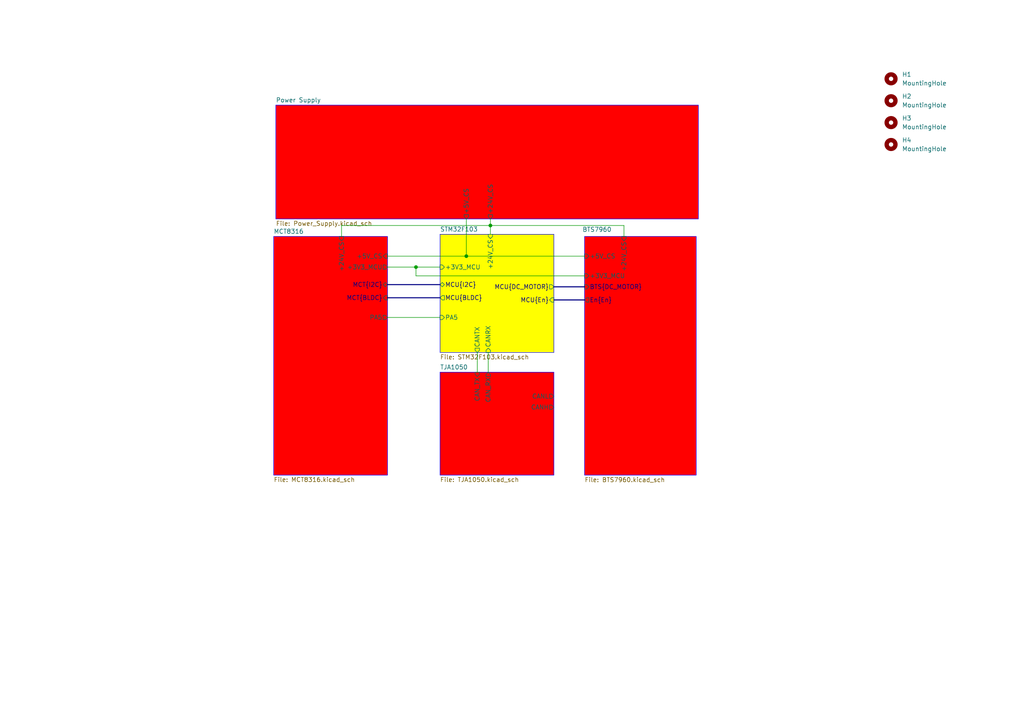
<source format=kicad_sch>
(kicad_sch (version 20230121) (generator eeschema)
  (paper "A4")
  (lib_symbols
    (symbol "Mechanical:MountingHole" (pin_names (offset 1.016))
      (property "Reference" "H" (at 0 5.08 0))
      (property "Value" "MountingHole" (at 0 3.175 0))
      (symbol "MountingHole_0_1"
        (circle (center 0 0) (radius 1.27) (stroke (width 1.27)))
      )
    )
  )
  (junction (at 135.255 74.295))
  (junction (at 142.24 65.405))
  (junction (at 120.65 77.47))
  (wire (pts (xy 180.975 68.58) (xy 180.975 65.405)))
  (wire (pts (xy 169.545 74.295) (xy 135.255 74.295)))
  (wire (pts (xy 112.395 92.075) (xy 127.635 92.075)))
  (bus (pts (xy 160.655 86.995) (xy 169.545 86.995)))
  (bus (pts (xy 160.655 83.185) (xy 169.545 83.185)))
  (wire (pts (xy 112.395 74.295) (xy 135.255 74.295)))
  (wire (pts (xy 112.395 77.47) (xy 120.65 77.47)))
  (wire (pts (xy 135.255 74.295) (xy 135.255 63.5)))
  (wire (pts (xy 141.605 102.235) (xy 141.605 107.95)))
  (bus (pts (xy 112.395 82.55) (xy 127.635 82.55)))
  (bus (pts (xy 112.395 86.36) (xy 127.635 86.36)))
  (wire (pts (xy 169.545 80.01) (xy 120.65 80.01)))
  (wire (pts (xy 138.43 102.235) (xy 138.43 107.95)))
  (wire (pts (xy 120.65 77.47) (xy 127.635 77.47)))
  (wire (pts (xy 142.24 65.405) (xy 142.24 67.945)))
  (wire (pts (xy 180.975 65.405) (xy 142.24 65.405)))
  (wire (pts (xy 120.65 80.01) (xy 120.65 77.47)))
  (wire (pts (xy 99.06 68.58) (xy 99.06 65.405)))
  (wire (pts (xy 99.06 65.405) (xy 142.24 65.405)))
  (wire (pts (xy 142.24 63.5) (xy 142.24 65.405)))
  (symbol (lib_id "Mechanical:MountingHole") (at 258.445 35.56 0) (unit 1)
    (property "Reference" "H3" (at 261.62 34.29 0) (effects (justify left)))
    (property "Value" "MountingHole" (at 261.62 36.83 0) (effects (justify left)))
    (property "Footprint" "IVS_FOOTPRINTS:MountingHole_3.2mm_M3_Pad_Via" (effects hide))
  )
  (symbol (lib_id "Mechanical:MountingHole") (at 258.445 41.91 0) (unit 1)
    (property "Reference" "H4" (at 261.62 40.64 0) (effects (justify left)))
    (property "Value" "MountingHole" (at 261.62 43.18 0) (effects (justify left)))
    (property "Footprint" "IVS_FOOTPRINTS:MountingHole_3.2mm_M3_Pad_Via" (effects hide))
  )
  (symbol (lib_id "Mechanical:MountingHole") (at 258.445 29.21 0) (unit 1)
    (property "Reference" "H2" (at 261.62 27.94 0) (effects (justify left)))
    (property "Value" "MountingHole" (at 261.62 30.48 0) (effects (justify left)))
    (property "Footprint" "IVS_FOOTPRINTS:MountingHole_3.2mm_M3_Pad_Via" (effects hide))
  )
  (symbol (lib_id "Mechanical:MountingHole") (at 258.445 22.86 0) (unit 1)
    (property "Reference" "H1" (at 261.62 21.59 0) (effects (justify left)))
    (property "Value" "MountingHole" (at 261.62 24.13 0) (effects (justify left)))
    (property "Footprint" "IVS_FOOTPRINTS:MountingHole_3.2mm_M3_Pad_Via" (effects hide))
  )
  (sheet (at 127.635 67.945) (size 33.02 34.29) (stroke (width 0.1524) (color 0 0 255 1)) (fill (color 255 255 0 1.0000))
    (property "Sheetname" "STM32F103" (at 127.635 67.2334 0) (effects (justify left bottom)))
    (property "Sheetfile" "STM32F103.kicad_sch" (at 127.635 102.8196 0) (effects (justify left top)))
    (pin "MCU{BLDC}" output (at 127.635 86.36 180))
    (pin "CANTX" output (at 138.43 102.235 270))
    (pin "CANRX" input (at 141.605 102.235 270))
    (pin "MCU{En}" input (at 160.655 86.995 0))
    (pin "MCU{I2C}" bidirectional (at 127.635 82.55 180))
    (pin "MCU{DC_MOTOR}" output (at 160.655 83.185 0))
    (pin "+24V_CS" input (at 142.24 67.945 90))
    (pin "+3V3_MCU" input (at 127.635 77.47 180))
    (pin "PA5" input (at 127.635 92.075 180))
  )
  (sheet (at 169.545 68.58) (size 32.385 69.215) (stroke (width 0.1524) (color 0 0 255 1)) (fill (color 255 0 0 1.0000))
    (property "Sheetname" "BTS7960" (at 168.91 67.31 0) (effects (justify left bottom)))
    (property "Sheetfile" "BTS7960.kicad_sch" (at 169.545 138.43 0) (effects (justify left top)))
    (pin "+5V_CS" input (at 169.545 74.295 180))
    (pin "+24V_CS" input (at 180.975 68.58 90))
    (pin "BTS{DC_MOTOR}" input (at 169.545 83.185 180))
    (pin "En{En}" output (at 169.545 86.995 180))
    (pin "+3V3_MCU" input (at 169.545 80.01 180))
  )
  (sheet (at 79.375 68.58) (size 33.02 69.215) (stroke (width 0.1524) (color 0 0 255 1)) (fill (color 255 0 0 1.0000))
    (property "Sheetname" "MCT8316" (at 79.375 67.8684 0) (effects (justify left bottom)))
    (property "Sheetfile" "MCT8316.kicad_sch" (at 79.375 138.3796 0) (effects (justify left top)))
    (pin "MCT{BLDC}" input (at 112.395 86.36 0))
    (pin "MCT{I2C}" bidirectional (at 112.395 82.55 0))
    (pin "+5V_CS" input (at 112.395 74.295 0))
    (pin "+3V3_MCU" output (at 112.395 77.47 0))
    (pin "PA5" output (at 112.395 92.075 0))
    (pin "+24V_CS" input (at 99.06 68.58 90))
  )
  (sheet (at 80.01 30.48) (size 122.555 33.02) (stroke (width 0.1524) (color 0 0 255 1)) (fill (color 255 0 0 1.0000))
    (property "Sheetname" "Power Supply" (at 80.01 29.7684 0) (effects (justify left bottom)))
    (property "Sheetfile" "Power_Supply.kicad_sch" (at 80.01 64.0846 0) (effects (justify left top)))
    (pin "+5V_CS" output (at 135.255 63.5 270))
    (pin "+24V_CS" output (at 142.24 63.5 270))
  )
  (sheet (at 127.635 107.95) (size 33.02 29.845) (stroke (width 0.1524) (color 0 0 255 1)) (fill (color 255 0 0 1.0000))
    (property "Sheetname" "TJA1050" (at 127.635 107.2384 0) (effects (justify left bottom)))
    (property "Sheetfile" "TJA1050.kicad_sch" (at 127.635 138.3796 0) (effects (justify left top)))
    (pin "CANL" output (at 160.655 114.935 0))
    (pin "CANH" output (at 160.655 118.11 0))
    (pin "CAN_TX" input (at 138.43 107.95 90))
    (pin "CAN_RX" output (at 141.605 107.95 90))
  )
)
</source>
